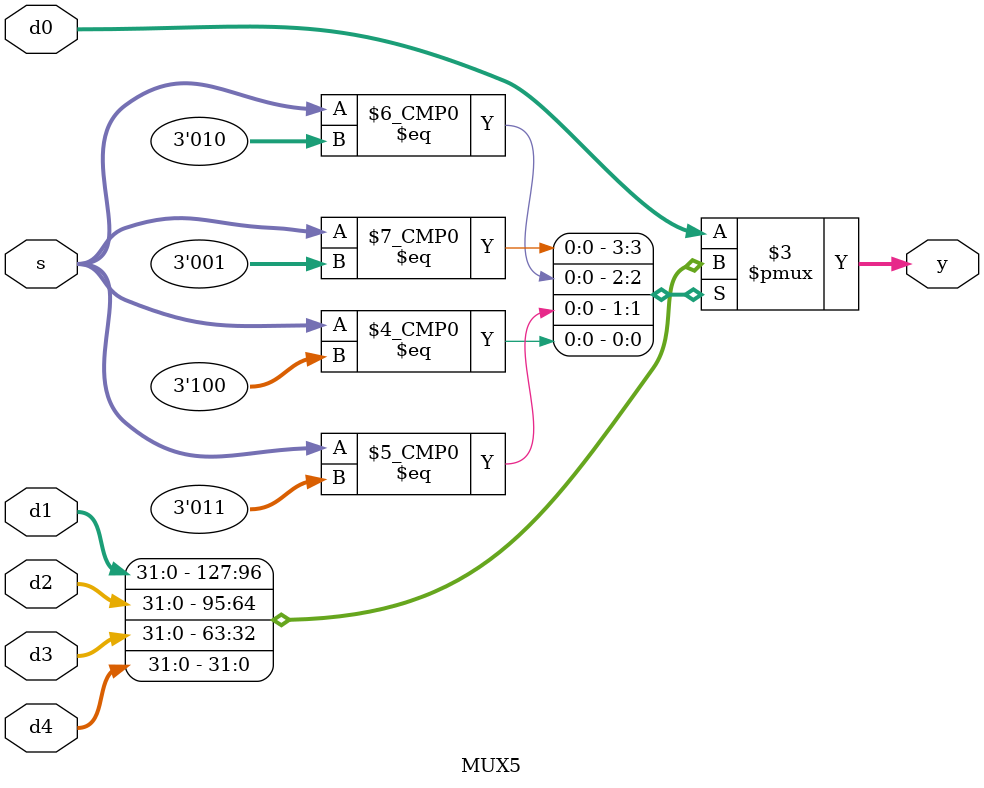
<source format=v>
module MUX2(s,d0,d1,y);
  parameter WIDTH=32;
  input [WIDTH-1:0]d0,d1;
  input s;//select signal
  output reg[WIDTH-1:0]y;
  
  always@(*)
  case(s)
    0:y<=d0;
    1:y<=d1;
    default:y<=d0;
  endcase
endmodule

module MUX3(s,d0,d1,d2,y);
  parameter WIDTH=32;
  input [WIDTH-1:0]d0,d1,d2;
  input [1:0]s;//select signal
  output reg [WIDTH-1:0]y;
  
  always@(*)
  case(s)
    2'b00:y<=d0;
    2'b01:y<=d1;
    2'b10:y<=d2;
    default:y<=d0;
  endcase
endmodule

module MUX4(s,d0,d1,d2,d3,y);
  parameter WIDTH=32;
  input [WIDTH-1:0]d0,d1,d2,d3;
  input [1:0]s;//select signal
  output reg [WIDTH-1:0]y;
  
  always@(*)
  case(s)
    2'b00:y<=d0;
    2'b01:y<=d1;
    2'b10:y<=d2;
    2'b11:y<=d3;
     default:y<=d0;
  endcase
endmodule

module MUX5(s,d0,d1,d2,d3,d4,y);
  parameter WIDTH=32;
  input [WIDTH-1:0]d0,d1,d2,d3,d4;
  input [2:0]s;//select signal
  output reg [WIDTH-1:0]y;
  
  always@(*)
  case(s)
    3'b000:y<=d0;
    3'b001:y<=d1;
    3'b010:y<=d2;
    3'b011:y<=d3;
    3'b100:y<=d4;
     default:y<=d0;
  endcase
endmodule


</source>
